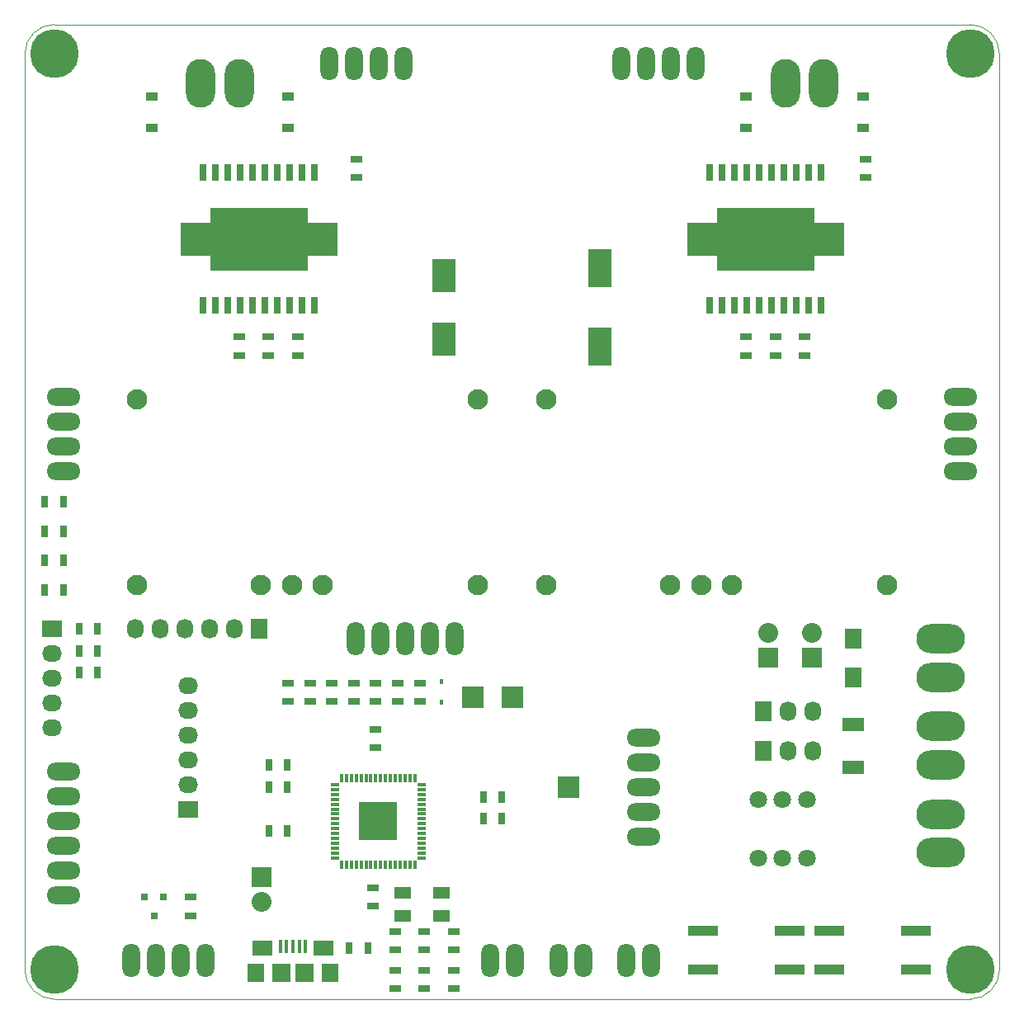
<source format=gts>
G04 #@! TF.FileFunction,Soldermask,Top*
%FSLAX46Y46*%
G04 Gerber Fmt 4.6, Leading zero omitted, Abs format (unit mm)*
G04 Created by KiCad (PCBNEW 0.201506102247+5730~23~ubuntu15.04.1-product) date mar. 16 juin 2015 22:04:07 CEST*
%MOMM*%
G01*
G04 APERTURE LIST*
%ADD10C,0.100000*%
%ADD11R,1.897380X1.897380*%
%ADD12R,1.899920X1.897380*%
%ADD13R,1.795780X1.897380*%
%ADD14R,2.095500X1.597660*%
%ADD15R,0.398780X1.346200*%
%ADD16R,0.700000X1.300000*%
%ADD17R,2.400300X3.500120*%
%ADD18R,2.400300X4.000500*%
%ADD19R,1.300000X0.700000*%
%ADD20R,2.199640X1.399540*%
%ADD21R,0.450000X0.590000*%
%ADD22R,1.220000X0.910000*%
%ADD23R,1.700000X2.000000*%
%ADD24R,2.032000X2.032000*%
%ADD25O,2.032000X2.032000*%
%ADD26C,5.000000*%
%ADD27O,5.001260X2.999740*%
%ADD28R,1.727200X2.032000*%
%ADD29O,1.727200X2.032000*%
%ADD30R,2.032000X1.727200*%
%ADD31O,2.032000X1.727200*%
%ADD32O,1.800860X3.500120*%
%ADD33O,3.500120X1.800860*%
%ADD34O,2.999740X5.001260*%
%ADD35R,2.235200X2.235200*%
%ADD36R,0.800100X0.800100*%
%ADD37R,0.300000X0.850000*%
%ADD38R,0.850000X0.300000*%
%ADD39R,4.000000X4.000000*%
%ADD40R,3.048000X1.000000*%
%ADD41C,1.800000*%
%ADD42R,0.759460X1.699260*%
%ADD43R,9.999980X6.398260*%
%ADD44R,16.098520X3.398520*%
%ADD45C,2.100000*%
%ADD46R,1.800000X1.200000*%
G04 APERTURE END LIST*
D10*
X100000000Y-137000000D02*
X100000000Y-43000000D01*
X197000000Y-140000000D02*
X103000000Y-140000000D01*
X200000000Y-43000000D02*
X200000000Y-137000000D01*
X103000000Y-40000000D02*
X197000000Y-40000000D01*
X200000000Y-43000000D02*
G75*
G03X197000000Y-40000000I-3000000J0D01*
G01*
X103000000Y-40000000D02*
G75*
G03X100000000Y-43000000I0J-3000000D01*
G01*
X100000000Y-137000000D02*
G75*
G03X103000000Y-140000000I3000000J0D01*
G01*
X197000000Y-140000000D02*
G75*
G03X200000000Y-137000000I0J3000000D01*
G01*
D11*
X126301120Y-137302200D03*
D12*
X128698880Y-137302200D03*
D13*
X131299840Y-137302200D03*
D14*
X124401200Y-134752040D03*
D15*
X126202060Y-134625040D03*
X126852300Y-134625040D03*
X127500000Y-134625040D03*
X128147700Y-134625040D03*
X128797940Y-134625040D03*
D14*
X130598800Y-134752040D03*
D13*
X123700160Y-137302200D03*
D16*
X107450000Y-106500000D03*
X105550000Y-106500000D03*
D17*
X143000000Y-72251200D03*
X143000000Y-65748800D03*
D18*
X159000000Y-73000500D03*
X159000000Y-64999500D03*
D19*
X138000000Y-134950000D03*
X138000000Y-133050000D03*
X144000000Y-134950000D03*
X144000000Y-133050000D03*
D16*
X147050000Y-121500000D03*
X148950000Y-121500000D03*
X125050000Y-118250000D03*
X126950000Y-118250000D03*
X126950000Y-122750000D03*
X125050000Y-122750000D03*
D19*
X136000000Y-114200000D03*
X136000000Y-112300000D03*
X135750000Y-128550000D03*
X135750000Y-130450000D03*
D16*
X147050000Y-119250000D03*
X148950000Y-119250000D03*
D19*
X186250000Y-53800000D03*
X186250000Y-55700000D03*
X174000000Y-72050000D03*
X174000000Y-73950000D03*
X134000000Y-53800000D03*
X134000000Y-55700000D03*
X122000000Y-72050000D03*
X122000000Y-73950000D03*
D20*
X185000000Y-116199640D03*
X185000000Y-111800360D03*
D21*
X142750000Y-109555000D03*
X142750000Y-107445000D03*
D22*
X174000000Y-47365000D03*
X174000000Y-50635000D03*
X186000000Y-47365000D03*
X186000000Y-50635000D03*
X113000000Y-47365000D03*
X113000000Y-50635000D03*
X127000000Y-47365000D03*
X127000000Y-50635000D03*
D23*
X185000000Y-107000000D03*
X185000000Y-103000000D03*
D24*
X176250000Y-105000000D03*
D25*
X176250000Y-102460000D03*
D24*
X180750000Y-105000000D03*
D25*
X180750000Y-102460000D03*
D24*
X124250000Y-127500000D03*
D25*
X124250000Y-130040000D03*
D26*
X103000000Y-137000000D03*
X103000000Y-43000000D03*
X197000000Y-137000000D03*
X197000000Y-43000000D03*
D27*
X194000000Y-124981200D03*
X194000000Y-121018800D03*
X194000000Y-115981200D03*
X194000000Y-112018800D03*
D28*
X175750000Y-110500000D03*
D29*
X178290000Y-110500000D03*
X180830000Y-110500000D03*
D28*
X175750000Y-114500000D03*
D29*
X178290000Y-114500000D03*
X180830000Y-114500000D03*
D30*
X102750000Y-102000000D03*
D31*
X102750000Y-104540000D03*
X102750000Y-107080000D03*
X102750000Y-109620000D03*
X102750000Y-112160000D03*
D27*
X194000000Y-106981200D03*
X194000000Y-103018800D03*
D28*
X124000000Y-102000000D03*
D29*
X121460000Y-102000000D03*
X118920000Y-102000000D03*
X116380000Y-102000000D03*
X113840000Y-102000000D03*
X111300000Y-102000000D03*
D32*
X154730000Y-136000000D03*
X157270000Y-136000000D03*
X161730000Y-136000000D03*
X164270000Y-136000000D03*
D33*
X163500000Y-123330000D03*
X163500000Y-120790000D03*
X163500000Y-118250000D03*
X163500000Y-115710000D03*
X163500000Y-113170000D03*
D32*
X133920000Y-103000000D03*
X136460000Y-103000000D03*
X139000000Y-103000000D03*
X141540000Y-103000000D03*
X144080000Y-103000000D03*
D34*
X181981200Y-46000000D03*
X178018800Y-46000000D03*
X121981200Y-46000000D03*
X118018800Y-46000000D03*
D32*
X110940000Y-136000000D03*
X113480000Y-136000000D03*
X116020000Y-136000000D03*
X118560000Y-136000000D03*
D33*
X104000000Y-78190000D03*
X104000000Y-80730000D03*
X104000000Y-83270000D03*
X104000000Y-85810000D03*
D32*
X168810000Y-44000000D03*
X166270000Y-44000000D03*
X163730000Y-44000000D03*
X161190000Y-44000000D03*
D33*
X196000000Y-85810000D03*
X196000000Y-83270000D03*
X196000000Y-80730000D03*
X196000000Y-78190000D03*
D32*
X138810000Y-44000000D03*
X136270000Y-44000000D03*
X133730000Y-44000000D03*
X131190000Y-44000000D03*
D30*
X116750000Y-120500000D03*
D31*
X116750000Y-117960000D03*
X116750000Y-115420000D03*
X116750000Y-112880000D03*
X116750000Y-110340000D03*
X116750000Y-107800000D03*
D33*
X104000000Y-116650000D03*
X104000000Y-119190000D03*
X104000000Y-121730000D03*
X104000000Y-124270000D03*
X104000000Y-126810000D03*
X104000000Y-129350000D03*
D32*
X147730000Y-136000000D03*
X150270000Y-136000000D03*
D35*
X146000000Y-109000000D03*
X150000000Y-109000000D03*
X155750000Y-118250000D03*
D36*
X114200000Y-129499240D03*
X112300000Y-129499240D03*
X113250000Y-131498220D03*
D16*
X107450000Y-104250000D03*
X105550000Y-104250000D03*
X105550000Y-102000000D03*
X107450000Y-102000000D03*
D19*
X141000000Y-133050000D03*
X141000000Y-134950000D03*
X129250000Y-109450000D03*
X129250000Y-107550000D03*
X131500000Y-109450000D03*
X131500000Y-107550000D03*
X138250000Y-109450000D03*
X138250000Y-107550000D03*
X140500000Y-109450000D03*
X140500000Y-107550000D03*
X127000000Y-107550000D03*
X127000000Y-109450000D03*
X133750000Y-109450000D03*
X133750000Y-107550000D03*
X136000000Y-109450000D03*
X136000000Y-107550000D03*
D16*
X133300000Y-134750000D03*
X135200000Y-134750000D03*
X125050000Y-116000000D03*
X126950000Y-116000000D03*
D19*
X117000000Y-129550000D03*
X117000000Y-131450000D03*
X180000000Y-73950000D03*
X180000000Y-72050000D03*
X177000000Y-73950000D03*
X177000000Y-72050000D03*
X128000000Y-73950000D03*
X128000000Y-72050000D03*
X125000000Y-73950000D03*
X125000000Y-72050000D03*
D37*
X140000000Y-117300000D03*
X139500000Y-117300000D03*
X139000000Y-117300000D03*
X138500000Y-117300000D03*
X138000000Y-117300000D03*
X137500000Y-117300000D03*
X137000000Y-117300000D03*
X136500000Y-117300000D03*
X136000000Y-117300000D03*
X135500000Y-117300000D03*
X135000000Y-117300000D03*
X134500000Y-117300000D03*
X134000000Y-117300000D03*
X133500000Y-117300000D03*
X133000000Y-117300000D03*
X132500000Y-117300000D03*
D38*
X131800000Y-118000000D03*
X131800000Y-118500000D03*
X131800000Y-119000000D03*
X131800000Y-119500000D03*
X131800000Y-120000000D03*
X131800000Y-120500000D03*
X131800000Y-121000000D03*
X131800000Y-121500000D03*
X131800000Y-122000000D03*
X131800000Y-122500000D03*
X131800000Y-123000000D03*
X131800000Y-123500000D03*
X131800000Y-124000000D03*
X131800000Y-124500000D03*
X131800000Y-125000000D03*
X131800000Y-125500000D03*
D37*
X132500000Y-126200000D03*
X133000000Y-126200000D03*
X133500000Y-126200000D03*
X134000000Y-126200000D03*
X134500000Y-126200000D03*
X135000000Y-126200000D03*
X135500000Y-126200000D03*
X136000000Y-126200000D03*
X136500000Y-126200000D03*
X137000000Y-126200000D03*
X137500000Y-126200000D03*
X138000000Y-126200000D03*
X138500000Y-126200000D03*
X139000000Y-126200000D03*
X139500000Y-126200000D03*
X140000000Y-126200000D03*
D38*
X140700000Y-125500000D03*
X140700000Y-125000000D03*
X140700000Y-124500000D03*
X140700000Y-124000000D03*
X140700000Y-123500000D03*
X140700000Y-123000000D03*
X140700000Y-122500000D03*
X140700000Y-122000000D03*
X140700000Y-121500000D03*
X140700000Y-121000000D03*
X140700000Y-120500000D03*
X140700000Y-120000000D03*
X140700000Y-119500000D03*
X140700000Y-119000000D03*
X140700000Y-118500000D03*
X140700000Y-118000000D03*
D39*
X136250000Y-121750000D03*
D19*
X144000000Y-138950000D03*
X144000000Y-137050000D03*
X141000000Y-138950000D03*
X141000000Y-137050000D03*
X138000000Y-138950000D03*
X138000000Y-137050000D03*
D16*
X102050000Y-89000000D03*
X103950000Y-89000000D03*
X102050000Y-92000000D03*
X103950000Y-92000000D03*
X102050000Y-95000000D03*
X103950000Y-95000000D03*
X102050000Y-98000000D03*
X103950000Y-98000000D03*
D40*
X169550000Y-137000000D03*
X169550000Y-133000000D03*
X178450000Y-137000000D03*
X178450000Y-133000000D03*
X182550000Y-137000000D03*
X182550000Y-133000000D03*
X191450000Y-137000000D03*
X191450000Y-133000000D03*
D41*
X177750000Y-119500000D03*
X175250000Y-119500000D03*
X180250000Y-119500000D03*
X177750000Y-125500000D03*
X175250000Y-125500000D03*
X180250000Y-125500000D03*
D42*
X181715000Y-55154700D03*
X180445000Y-55152160D03*
X179175000Y-55152160D03*
X177905000Y-55152160D03*
X176635000Y-55152160D03*
X175365000Y-55152160D03*
X174095000Y-55152160D03*
X172825000Y-55152160D03*
D43*
X176000000Y-62000000D03*
D42*
X170285000Y-55154700D03*
X171555000Y-55152160D03*
X170285000Y-68847840D03*
X171555000Y-68847840D03*
X172825000Y-68847840D03*
X174095000Y-68847840D03*
X175365000Y-68847840D03*
X176635000Y-68847840D03*
X177905000Y-68847840D03*
X179175000Y-68847840D03*
X180445000Y-68847840D03*
X181715000Y-68845300D03*
D44*
X176000000Y-62000000D03*
D45*
X111535000Y-78475000D03*
X111535000Y-97525000D03*
X124225000Y-97525000D03*
X127415000Y-97525000D03*
X130585000Y-97525000D03*
X146465000Y-97525000D03*
X146465000Y-78475000D03*
X153535000Y-78475000D03*
X153535000Y-97525000D03*
X166225000Y-97525000D03*
X169415000Y-97525000D03*
X172585000Y-97525000D03*
X188465000Y-97525000D03*
X188465000Y-78475000D03*
D42*
X129715000Y-55154700D03*
X128445000Y-55152160D03*
X127175000Y-55152160D03*
X125905000Y-55152160D03*
X124635000Y-55152160D03*
X123365000Y-55152160D03*
X122095000Y-55152160D03*
X120825000Y-55152160D03*
D43*
X124000000Y-62000000D03*
D42*
X118285000Y-55154700D03*
X119555000Y-55152160D03*
X118285000Y-68847840D03*
X119555000Y-68847840D03*
X120825000Y-68847840D03*
X122095000Y-68847840D03*
X123365000Y-68847840D03*
X124635000Y-68847840D03*
X125905000Y-68847840D03*
X127175000Y-68847840D03*
X128445000Y-68847840D03*
X129715000Y-68845300D03*
D44*
X124000000Y-62000000D03*
D46*
X138750000Y-131450000D03*
X142750000Y-129050000D03*
X142750000Y-131450000D03*
X138750000Y-129050000D03*
M02*

</source>
